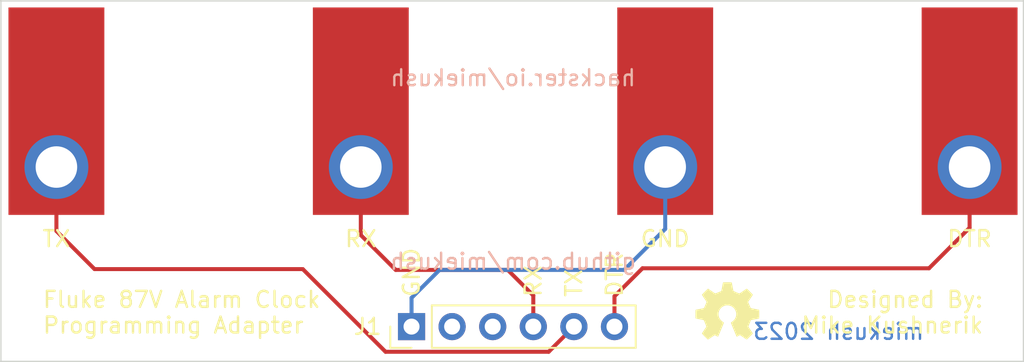
<source format=kicad_pcb>
(kicad_pcb (version 20221018) (generator pcbnew)
  (layers (0 "F.Cu" signal) (31 "B.Cu" signal) (34 "B.Paste" user) (35 "F.Paste" user) (36 "B.SilkS" user "B.Silkscreen") (37 "F.SilkS" user "F.Silkscreen") (38 "B.Mask" user) (39 "F.Mask" user) (44 "Edge.Cuts" user))
  (net 0 "")
  (net 1 "GND")
  (net 4 "UART_RX")
  (net 5 "UART_TX")
  (net 6 "UART_DTR")
  (footprint "Connector_PinHeader_2.54mm:PinHeader_1x06_P2.54mm_Vertical" (layer "F.Cu") (at 93.65 105 90)
    (fp_text reference "J1" (at 0 -2.7434) (layer "F.SilkS"))
    (fp_text value "UART")
    (fp_line (start -1.33 -1.33) (end 0 -1.33) (stroke (width 0.12)) (layer "F.SilkS"))
    (fp_line (start -1.33 0) (end -1.33 -1.33) (stroke (width 0.12)) (layer "F.SilkS"))
    (fp_line (start -1.33 1.27) (end -1.33 14.03) (stroke (width 0.12)) (layer "F.SilkS"))
    (fp_line (start -1.33 1.27) (end 1.33 1.27) (stroke (width 0.12)) (layer "F.SilkS"))
    (fp_line (start -1.33 14.03) (end 1.33 14.03) (stroke (width 0.12)) (layer "F.SilkS"))
    (fp_line (start 1.33 1.27) (end 1.33 14.03) (stroke (width 0.12)) (layer "F.SilkS"))
    (pad "1" thru_hole rect (at 0 0 90) (size 1.7 1.7) (drill 1) (layers "*.Cu" "*.Mask") (net 1 "GND"))
    (pad "2" thru_hole oval (at 0 2.54 90) (size 1.7 1.7) (drill 1) (layers "*.Cu" "*.Mask"))
    (pad "3" thru_hole oval (at 0 5.08 90) (size 1.7 1.7) (drill 1) (layers "*.Cu" "*.Mask"))
    (pad "4" thru_hole oval (at 0 7.62 90) (size 1.7 1.7) (drill 1) (layers "*.Cu" "*.Mask") (net 4 "UART_RX"))
    (pad "5" thru_hole oval (at 0 10.16 90) (size 1.7 1.7) (drill 1) (layers "*.Cu" "*.Mask") (net 5 "UART_TX"))
    (pad "6" thru_hole oval (at 0 12.7 90) (size 1.7 1.7) (drill 1) (layers "*.Cu" "*.Mask") (net 6 "UART_DTR"))
  )
  (footprint "LOGO" (layer "F.Cu") (at 113.411 104.013)
    (fp_text reference "G***")
    (fp_text value "LOGO" hide)
    (fp_poly (pts (xy 0.035218 -1.792425) (xy 0.086886 -1.792015) (xy 0.135753 -1.791265) (xy 0.180026 -1.790179) (xy 0.217915 -1.788758) (xy 0.24763 -1.787004) (xy 0.267378 -1.784919) (xy 0.275286 -1.782622) (xy 0.278143 -1.774176) (xy 0.283079 -1.753959) (xy 0.289787 -1.72346) (xy 0.297959 -1.684166) (xy 0.307288 -1.637565) (xy 0.317464 -1.585144) (xy 0.328181 -1.528391) (xy 0.33069 -1.514882) (xy 0.344606 -1.440695) (xy 0.356535 -1.379269) (xy 0.366595 -1.330057) (xy 0.374907 -1.292515) (xy 0.381589 -1.266096) (xy 0.38676 -1.250256) (xy 0.389676 -1.245032) (xy 0.398358 -1.239928) (xy 0.417589 -1.230692) (xy 0.445393 -1.218146) (xy 0.479793 -1.203114) (xy 0.518811 -1.186418) (xy 0.560471 -1.16888) (xy 0.602795 -1.151324) (xy 0.643808 -1.134571) (xy 0.681531 -1.119445) (xy 0.713987 -1.106767) (xy 0.7392 -1.097361) (xy 0.755193 -1.09205) (xy 0.759465 -1.091169) (xy 0.766889 -1.094866) (xy 0.784153 -1.105412) (xy 0.810019 -1.121994) (xy 0.843248 -1.143797) (xy 0.882603 -1.170006) (xy 0.926845 -1.199807) (xy 0.974736 -1.232384) (xy 0.990525 -1.24319) (xy 1.054128 -1.286529) (xy 1.107175 -1.322109) (xy 1.149979 -1.350127) (xy 1.182855 -1.370783) (xy 1.206115 -1.384275) (xy 1.220072 -1.390802) (xy 1.224269 -1.391416) (xy 1.232112 -1.385745) (xy 1.24788 -1.371772) (xy 1.270318 -1.350763) (xy 1.29817 -1.323981) (xy 1.330182 -1.292692) (xy 1.365097 -1.258159) (xy 1.401661 -1.221647) (xy 1.438617 -1.184421) (xy 1.474712 -1.147745) (xy 1.508688 -1.112884) (xy 1.539292 -1.081102) (xy 1.565266 -1.053664) (xy 1.585358 -1.031834) (xy 1.598309 -1.016877) (xy 1.602867 -1.010059) (xy 1.599115 -1.002489) (xy 1.588511 -0.985115) (xy 1.571884 -0.959197) (xy 1.550064 -0.925997) (xy 1.523882 -0.886775) (xy 1.494169 -0.842793) (xy 1.461753 -0.795311) (xy 1.454683 -0.785018) (xy 1.421793 -0.736889) (xy 1.391443 -0.691916) (xy 1.364464 -0.651373) (xy 1.341687 -0.616532) (xy 1.323942 -0.588666) (xy 1.312059 -0.56905) (xy 1.306871 -0.558956) (xy 1.306709 -0.558176) (xy 1.309332 -0.548748) (xy 1.31665 -0.528954) (xy 1.327838 -0.500713) (xy 1.342071 -0.465949) (xy 1.358522 -0.426581) (xy 1.376367 -0.384531) (xy 1.394779 -0.34172) (xy 1.412934 -0.300069) (xy 1.430005 -0.2615) (xy 1.445167 -0.227933) (xy 1.457595 -0.20129) (xy 1.466463 -0.183492) (xy 1.470624 -0.176714) (xy 1.479261 -0.173359) (xy 1.499806 -0.167952) (xy 1.530902 -0.160781) (xy 1.571192 -0.152141) (xy 1.619317 -0.142321) (xy 1.673921 -0.131613) (xy 1.731069 -0.120789) (xy 1.787767 -0.110075) (xy 1.840465 -0.099832) (xy 1.887653 -0.090374) (xy 1.927818 -0.082017) (xy 1.959452 -0.075075) (xy 1.981043 -0.069865) (xy 1.99108 -0.066701) (xy 1.991451 -0.066462) (xy 1.993845 -0.057904) (xy 1.99591 -0.03767) (xy 1.997645 -0.007551) (xy 1.999047 0.030662) (xy 2.000114 0.075179) (xy 2.000845 0.124209) (xy 2.001237 0.175959) (xy 2.001289 0.228641) (xy 2.000998 0.280461) (xy 2.000362 0.32963) (xy 1.99938 0.374357) (xy 1.998049 0.41285) (xy 1.996367 0.443319) (xy 1.994333 0.463972) (xy 1.992058 0.472887) (xy 1.984977 0.476823) (xy 1.968574 0.481996) (xy 1.942163 0.488557) (xy 1.905059 0.496659) (xy 1.856577 0.506451) (xy 1.796031 0.518085) (xy 1.737788 0.528942) (xy 1.681777 0.539399) (xy 1.629824 0.549338) (xy 1.583451 0.558451) (xy 1.544178 0.566428) (xy 1.513526 0.572959) (xy 1.493013 0.577737) (xy 1.484161 0.580452) (xy 1.484051 0.580528) (xy 1.479661 0.588156) (xy 1.471171 0.606499) (xy 1.459325 0.633702) (xy 1.444872 0.667911) (xy 1.428556 0.707272) (xy 1.411126 0.749931) (xy 1.393327 0.794033) (xy 1.375906 0.837725) (xy 1.359609 0.879152) (xy 1.345183 0.91646) (xy 1.333375 0.947795) (xy 1.32493 0.971302) (xy 1.320596 0.985128) (xy 1.32018 0.987551) (xy 1.323878 0.995434) (xy 1.334402 1.013068) (xy 1.350895 1.039137) (xy 1.372501 1.072328) (xy 1.398365 1.111325) (xy 1.427631 1.154812) (xy 1.458775 1.200501) (xy 1.490665 1.247118) (xy 1.520177 1.290485) (xy 1.54643 1.329288) (xy 1.568542 1.362215) (xy 1.585631 1.387954) (xy 1.596817 1.405194) (xy 1.601198 1.412565) (xy 1.597557 1.41969) (xy 1.585395 1.434857) (xy 1.565956 1.456821) (xy 1.540479 1.484339) (xy 1.510207 1.51617) (xy 1.476382 1.551069) (xy 1.440243 1.587795) (xy 1.403034 1.625102) (xy 1.365996 1.66175) (xy 1.33037 1.696495) (xy 1.297397 1.728093) (xy 1.26832 1.755302) (xy 1.244379 1.776879) (xy 1.226817 1.791581) (xy 1.216874 1.798165) (xy 1.215823 1.7984) (xy 1.206722 1.794691) (xy 1.18828 1.784269) (xy 1.162168 1.768183) (xy 1.130055 1.747482) (xy 1.093611 1.723215) (xy 1.064227 1.703157) (xy 1.021601 1.673819) (xy 0.978462 1.644236) (xy 0.937393 1.616171) (xy 0.900974 1.591387) (xy 0.871787 1.571646) (xy 0.860933 1.564365) (xy 0.795719 1.520805) (xy 0.694473 1.573728) (xy 0.657041 1.59312) (xy 0.62964 1.606755) (xy 0.610475 1.615325) (xy 0.597749 1.619521) (xy 0.589666 1.620037) (xy 0.584431 1.617564) (xy 0.583345 1.616548) (xy 0.578965 1.608529) (xy 0.57005 1.589277) (xy 0.557118 1.560037) (xy 0.540683 1.522057) (xy 0.521263 1.476585) (xy 0.499371 1.424866) (xy 0.475525 1.368149) (xy 0.450239 1.30768) (xy 0.42403 1.244706) (xy 0.397413 1.180475) (xy 0.370904 1.116233) (xy 0.345019 1.053228) (xy 0.320273 0.992707) (xy 0.297182 0.935916) (xy 0.276263 0.884103) (xy 0.25803 0.838515) (xy 0.242999 0.8004) (xy 0.231687 0.771003) (xy 0.224608 0.751573) (xy 0.222275 0.743457) (xy 0.22644 0.73361) (xy 0.239744 0.720546) (xy 0.263401 0.703176) (xy 0.277844 0.693602) (xy 0.305097 0.674066) (xy 0.337304 0.648125) (xy 0.370288 0.619278) (xy 0.397754 0.593153) (xy 0.426008 0.564217) (xy 0.447002 0.540581) (xy 0.463471 0.518513) (xy 0.478148 0.494284) (xy 0.493769 0.464161) (xy 0.496795 0.458022) (xy 0.519213 0.409969) (xy 0.5352 0.368789) (xy 0.545777 0.330132) (xy 0.551964 0.289648) (xy 0.554783 0.242988) (xy 0.555287 0.208804) (xy 0.555008 0.167276) (xy 0.553555 0.135254) (xy 0.550518 0.108793) (xy 0.545483 0.083951) (xy 0.540142 0.063989) (xy 0.509786 -0.018389) (xy 0.46847 -0.093652) (xy 0.417064 -0.160948) (xy 0.356438 -0.219421) (xy 0.287461 -0.268218) (xy 0.211005 -0.306484) (xy 0.13808 -0.330807) (xy 0.084337 -0.34077) (xy 0.02368 -0.34526) (xy -0.038629 -0.344282) (xy -0.097333 -0.337837) (xy -0.131345 -0.330645) (xy -0.21091 -0.303071) (xy -0.284119 -0.264788) (xy -0.350166 -0.216966) (xy -0.408244 -0.160774) (xy -0.457547 -0.097384) (xy -0.497269 -0.027963) (xy -0.526603 0.046317) (xy -0.544744 0.124286) (xy -0.550885 0.204776) (xy -0.546428 0.271629) (xy -0.52966 0.355796) (xy -0.502301 0.432924) (xy -0.463825 0.503843) (xy -0.413709 0.569384) (xy -0.351428 0.630378) (xy -0.289632 0.678491) (xy -0.262567 0.69803) (xy -0.239515 0.715373) (xy -0.222738 0.728767) (xy -0.214499 0.73646) (xy -0.214189 0.736921) (xy -0.21328 0.738624) (xy -0.212755 0.740756) (xy -0.212935 0.744131) (xy -0.214144 0.749558) (xy -0.216702 0.757851) (xy -0.220932 0.769821) (xy -0.227154 0.78628) (xy -0.235692 0.808039) (xy -0.246866 0.835912) (xy -0.260998 0.870709) (xy -0.27841 0.913242) (xy -0.299424 0.964324) (xy -0.324362 1.024765) (xy -0.353545 1.095379) (xy -0.387295 1.176977) (xy -0.41798 1.251144) (xy -0.454618 1.339326) (xy -0.48645 1.415135) (xy -0.513556 1.478753) (xy -0.536017 1.530363) (xy -0.553912 1.570144) (xy -0.567321 1.59828) (xy -0.576325 1.614951) (xy -0.580715 1.620299) (xy -0.591226 1.618577) (xy -0.611637 1.610647) (xy -0.640302 1.597236) (xy -0.675571 1.57907) (xy -0.681749 1.575753) (xy -0.714117 1.558773) (xy -0.743251 1.544395) (xy -0.766681 1.53377) (xy -0.781938 1.528049) (xy -0.785491 1.527382) (xy -0.794203 1.531075) (xy -0.812599 1.541612) (xy -0.83932 1.558124) (xy -0.873007 1.579739) (xy -0.912302 1.605586) (xy -0.955846 1.634797) (xy -0.996982 1.662855) (xy -1.043157 1.694324) (xy -1.086288 1.723207) (xy -1.125015 1.748635) (xy -1.15798 1.769735) (xy -1.183825 1.785636) (xy -1.201191 1.795469) (xy -1.208408 1.798409) (xy -1.217163 1.793863) (xy -1.23434 1.780137) (xy -1.260081 1.7571) (xy -1.294525 1.724622) (xy -1.337815 1.68257) (xy -1.390091 1.630814) (xy -1.406106 1.614819) (xy -1.460451 1.560075) (xy -1.505408 1.513988) (xy -1.540881 1.476657) (xy -1.56678 1.448182) (xy -1.583011 1.428664) (xy -1.589482 1.4182) (xy -1.589605 1.417381) (xy -1.585899 1.408794) (xy -1.575353 1.390495) (xy -1.558829 1.363823) (xy -1.537188 1.330121) (xy -1.511289 1.290729) (xy -1.481993 1.246988) (xy -1.451525 1.202226) (xy -1.419782 1.155577) (xy -1.39061 1.111993) (xy -1.36487 1.072816) (xy -1.343422 1.039385) (xy -1.327127 1.013041) (xy -1.316845 0.995126) (xy -1.313432 0.987107) (xy -1.315917 0.976755) (xy -1.322869 0.955932) (xy -1.333518 0.926559) (xy -1.347096 0.890555) (xy -1.362835 0.849842) (xy -1.379966 0.806339) (xy -1.397722 0.761967) (xy -1.415332 0.718647) (xy -1.432029 0.678298) (xy -1.447044 0.642842) (xy -1.459609 0.614198) (xy -1.468955 0.594286) (xy -1.474313 0.585028) (xy -1.474355 0.584985) (xy -1.482826 0.58065) (xy -1.50139 0.574992) (xy -1.530654 0.567875) (xy -1.571226 0.559163) (xy -1.623715 0.548721) (xy -1.688728 0.536414) (xy -1.710846 0.532323) (xy -1.778153 0.519923) (xy -1.833425 0.509669) (xy -1.877873 0.50126) (xy -1.912708 0.494394) (xy -1.939143 0.488772) (xy -1.958388 0.484091) (xy -1.971656 0.480049) (xy -1.980157 0.476347) (xy -1.985104 0.472681) (xy -1.987708 0.468752) (xy -1.98918 0.464258) (xy -1.98951 0.463022) (xy -1.990434 0.453007) (xy -1.99129 0.431123) (xy -1.99205 0.398975) (xy -1.992692 0.358165) (xy -1.993189 0.310296) (xy -1.993516 0.256972) (xy -1.993649 0.199796) (xy -1.99365 0.198304) (xy -1.993562 0.129167) (xy -1.993219 0.072478) (xy -1.99259 0.027215) (xy -1.991641 -0.007644) (xy -1.99034 -0.033118) (xy -1.988655 -0.050231) (xy -1.986552 -0.060004) (xy -1.985322 -0.062472) (xy -1.97925 -0.066254) (xy -1.965536 -0.070972) (xy -1.943294 -0.076824) (xy -1.911632 -0.08401) (xy -1.869662 -0.092725) (xy -1.816494 -0.103169) (xy -1.751239 -0.11554) (xy -1.725103 -0.120413) (xy -1.656466 -0.13329) (xy -1.600074 -0.144171) (xy -1.554887 -0.153289) (xy -1.519864 -0.160877) (xy -1.493965 -0.167169) (xy -1.47615 -0.172398) (xy -1.465378 -0.176797) (xy -1.461403 -0.179579) (xy -1.455398 -0.189261) (xy -1.445248 -0.209391) (xy -1.431794 -0.238003) (xy -1.415878 -0.273131) (xy -1.39834 -0.312808) (xy -1.38002 -0.355067) (xy -1.36176 -0.397943) (xy -1.3444 -0.439469) (xy -1.328782 -0.477678) (xy -1.315745 -0.510604) (xy -1.306131 -0.536281) (xy -1.300781 -0.552742) (xy -1.29996 -0.557162) (xy -1.303701 -0.566104) (xy -1.314391 -0.584837) (xy -1.331237 -0.612126) (xy -1.353447 -0.646736) (xy -1.380229 -0.687431) (xy -1.410793 -0.732977) (xy -1.442486 -0.779437) (xy -1.474903 -0.826891) (xy -1.504905 -0.87137) (xy -1.53162 -0.91154) (xy -1.554176 -0.946065) (xy -1.571701 -0.973611) (xy -1.583324 -0.992842) (xy -1.588172 -1.002422) (xy -1.588224 -1.002639) (xy -1.587857 -1.007908) (xy -1.584398 -1.015382) (xy -1.577033 -1.025961) (xy -1.56495 -1.040543) (xy -1.547334 -1.060028) (xy -1.523372 -1.085313) (xy -1.492252 -1.117298) (xy -1.453159 -1.156882) (xy -1.405279 -1.204964) (xy -1.403614 -1.206632) (xy -1.353014 -1.25698) (xy -1.309024 -1.300071) (xy -1.272121 -1.335458) (xy -1.242784 -1.362692) (xy -1.221493 -1.381326) (xy -1.208727 -1.390911) (xy -1.205394 -1.392142) (xy -1.197656 -1.387842) (xy -1.180135 -1.37673) (xy -1.154118 -1.359666) (xy -1.120897 -1.337511) (xy -1.08176 -1.311125) (xy -1.037997 -1.281368) (xy -0.990896 -1.249102) (xy -0.986487 -1.246069) (xy -0.938826 -1.213417) (xy -0.894101 -1.183038) (xy -0.853651 -1.155823) (xy -0.818818 -1.132663) (xy -0.79094 -1.114449) (xy -0.771359 -1.102071) (xy -0.761416 -1.096421) (xy -0.761125 -1.096303) (xy -0.75426 -1.09514) (xy -0.744057 -1.096211) (xy -0.729112 -1.099995) (xy -0.708022 -1.106973) (xy -0.679384 -1.117624) (xy -0.641794 -1.132431) (xy -0.59385 -1.151871) (xy -0.56916 -1.161997) (xy -0.523382 -1.180816) (xy -0.481476 -1.198038) (xy -0.445116 -1.212977) (xy -0.415978 -1.224945) (xy -0.395736 -1.233253) (xy -0.386064 -1.237213) (xy -0.385676 -1.237371) (xy -0.382299 -1.239505) (xy -0.379039 -1.243841) (xy -0.37563 -1.251547) (xy -0.371811 -1.263791) (xy -0.367317 -1.281739) (xy -0.361887 -1.30656) (xy -0.355256 -1.339421) (xy -0.347162 -1.381489) (xy -0.337343 -1.433934) (xy -0.325533 -1.497921) (xy -0.319214 -1.532352) (xy -0.306148 -1.60266) (xy -0.295026 -1.66035) (xy -0.285697 -1.706111) (xy -0.278008 -1.740633) (xy -0.27181 -1.764603) (xy -0.266949 -1.778712) (xy -0.264069 -1.783253) (xy -0.254464 -1.78563) (xy -0.233332 -1.787652) (xy -0.202465 -1.789319) (xy -0.163653 -1.790635) (xy -0.118688 -1.791602) (xy -0.06936 -1.792221) (xy -0.017461 -1.792495)) (fill solid) (layer "F.SilkS"))
  )
  (footprint "Library:4mm_banana_plug" (layer "F.Cu") (at 109.525 95 180)
    (fp_text reference "TP3")
    (fp_text value "GND" (at 0 -4.5 unlocked) (layer "F.SilkS"))
    (pad "1" thru_hole circle (at 0 0 180) (size 4 4) (drill 2.6) (layers "*.Cu" "*.Mask") (net 1 "GND"))
    (pad "1" smd rect (at 0 0 180) (size 6 13) (drill (offset 0 3.5)) (layers "F.Cu" "F.Mask") (net 1 "GND"))
  )
  (footprint "Library:4mm_banana_plug" (layer "F.Cu") (at 128.575 95 180)
    (fp_text reference "TP4")
    (fp_text value "DTR" (at 0 -4.5 unlocked) (layer "F.SilkS"))
    (pad "1" thru_hole circle (at 0 0 180) (size 4 4) (drill 2.6) (layers "*.Cu" "*.Mask") (net 6 "UART_DTR"))
    (pad "1" smd rect (at 0 0 180) (size 6 13) (drill (offset 0 3.5)) (layers "F.Cu" "F.Mask") (net 6 "UART_DTR"))
  )
  (footprint "Library:4mm_banana_plug" (layer "F.Cu") (at 71.425 95 180)
    (fp_text reference "TP1")
    (fp_text value "TX" (at 0 -4.5 unlocked) (layer "F.SilkS"))
    (pad "1" thru_hole circle (at 0 0 180) (size 4 4) (drill 2.6) (layers "*.Cu" "*.Mask") (net 5 "UART_TX"))
    (pad "1" smd rect (at 0 0 180) (size 6 13) (drill (offset 0 3.5)) (layers "F.Cu" "F.Mask") (net 5 "UART_TX"))
  )
  (footprint "Library:4mm_banana_plug" (layer "F.Cu") (at 90.475 95 180)
    (fp_text reference "TP2")
    (fp_text value "RX" (at 0 -4.5 unlocked) (layer "F.SilkS"))
    (pad "1" thru_hole circle (at 0 0 180) (size 4 4) (drill 2.6) (layers "*.Cu" "*.Mask") (net 4 "UART_RX"))
    (pad "1" smd rect (at 0 0 180) (size 6 13) (drill (offset 0 3.5)) (layers "F.Cu" "F.Mask") (net 4 "UART_RX"))
  )
  (gr_line (start 67.945 84.582) (end 67.945 107.188) (stroke (width 0.1)) (layer "Edge.Cuts"))
  (gr_line (start 67.945 84.582) (end 131.953 84.582) (stroke (width 0.1)) (layer "Edge.Cuts"))
  (gr_line (start 131.953 84.582) (end 131.953 107.188) (stroke (width 0.1)) (layer "Edge.Cuts"))
  (gr_line (start 67.945 107.188) (end 131.953 107.188) (stroke (width 0.1)) (layer "Edge.Cuts"))
  (gr_text "miekush 2023" (at 125.8062 105.8926) (layer "B.Cu") (effects (font (size 1 1)) (justify left bottom mirror)))
  (gr_text "github.com/miekush" (at 100 101.5) (layer "B.SilkS") (effects (font (size 1 1)) (justify bottom mirror)))
  (gr_text "hackster.io/miekush" (at 100 90) (layer "B.SilkS") (effects (font (size 1 1)) (justify bottom mirror)))
  (gr_text "DTR" (at 106.35 103.2256 90) (layer "F.SilkS") (effects (font (size 1 1)) (justify left)))
  (gr_text "GND" (at 93.65 103.2256 90) (layer "F.SilkS") (effects (font (size 1 1)) (justify left)))
  (gr_text "Fluke 87V Alarm Clock\nProgramming Adapter" (at 70.5 105.5) (layer "F.SilkS") (effects (font (size 1 1)) (justify left bottom)))
  (gr_text "TX" (at 103.81 103.2256 90) (layer "F.SilkS") (effects (font (size 1 1)) (justify left)))
  (gr_text "Designed By:\nMike Kushnerik" (at 129.5 105.5) (layer "F.SilkS") (effects (font (size 1 1)) (justify right bottom)))
  (gr_text "RX" (at 101.27 103.2256 90) (layer "F.SilkS") (effects (font (size 1 1)) (justify left)))
  (segment (start 93.65 103.2) (end 95.4024 101.4476) (width 0.25) (layer "B.Cu") (net 1))
  (segment (start 93.65 105) (end 93.65 103.2) (width 0.25) (layer "B.Cu") (net 1))
  (segment (start 109.525 98.882) (end 109.525 95) (width 0.25) (layer "B.Cu") (net 1))
  (segment (start 95.4024 101.4476) (end 106.9594 101.4476) (width 0.25) (layer "B.Cu") (net 1))
  (segment (start 106.9594 101.4476) (end 109.525 98.882) (width 0.25) (layer "B.Cu") (net 1))
  (segment (start 101.27 103.048) (end 99.6696 101.4476) (width 0.25) (layer "F.Cu") (net 4))
  (segment (start 90.475 99.2634) (end 90.475 95) (width 0.25) (layer "F.Cu") (net 4))
  (segment (start 101.27 105) (end 101.27 103.048) (width 0.25) (layer "F.Cu") (net 4))
  (segment (start 92.6592 101.4476) (end 90.475 99.2634) (width 0.25) (layer "F.Cu") (net 4))
  (segment (start 99.6696 101.4476) (end 92.6592 101.4476) (width 0.25) (layer "F.Cu") (net 4))
  (segment (start 102.2316 106.5784) (end 92.0242 106.5784) (width 0.25) (layer "F.Cu") (net 5))
  (segment (start 73.8124 101.3968) (end 71.425 99.0094) (width 0.25) (layer "F.Cu") (net 5))
  (segment (start 103.81 105) (end 102.2316 106.5784) (width 0.25) (layer "F.Cu") (net 5))
  (segment (start 71.425 99.0094) (end 71.425 95) (width 0.25) (layer "F.Cu") (net 5))
  (segment (start 92.0242 106.5784) (end 86.8426 101.3968) (width 0.25) (layer "F.Cu") (net 5))
  (segment (start 86.8426 101.3968) (end 73.8124 101.3968) (width 0.25) (layer "F.Cu") (net 5))
  (segment (start 108.1024 101.346) (end 126.0348 101.346) (width 0.25) (layer "F.Cu") (net 6))
  (segment (start 106.35 103.0984) (end 108.1024 101.346) (width 0.25) (layer "F.Cu") (net 6))
  (segment (start 106.35 105) (end 106.35 103.0984) (width 0.25) (layer "F.Cu") (net 6))
  (segment (start 128.575 98.8058) (end 128.575 95) (width 0.25) (layer "F.Cu") (net 6))
  (segment (start 126.0348 101.346) (end 128.575 98.8058) (width 0.25) (layer "F.Cu") (net 6))
)
</source>
